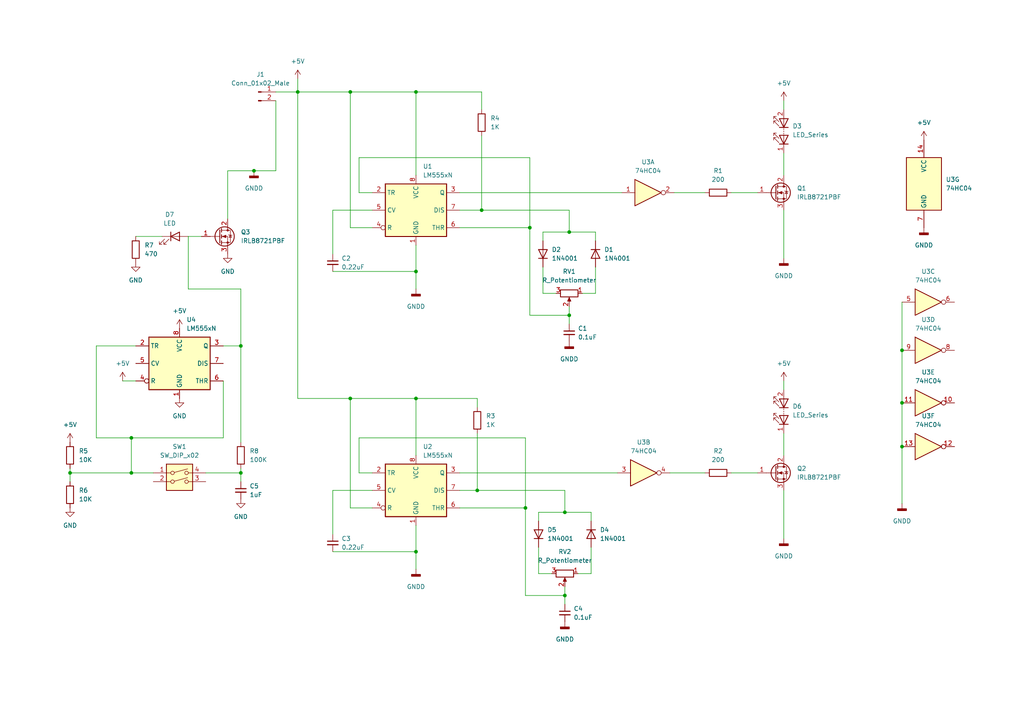
<source format=kicad_sch>
(kicad_sch (version 20211123) (generator eeschema)
  (paper "A4")
  (lib_symbols
    (symbol "74xx:74HC04"
      (property "Reference" "U" (at 0 1.27 0))
      (property "Value" "74HC04" (at 0 -1.27 0))
      (symbol "74HC04_1_0"
        (polyline (pts (xy -3.81 3.81) (xy -3.81 -3.81) (xy 3.81 0) (xy -3.81 3.81)) (stroke (width 0.254)) (fill (type background)))
        (pin input line (at -7.62 0 0) (length 3.81) (name "~") (number "1"))
        (pin output inverted (at 7.62 0 180) (length 3.81) (name "~") (number "2"))
      )
      (symbol "74HC04_2_0"
        (polyline (pts (xy -3.81 3.81) (xy -3.81 -3.81) (xy 3.81 0) (xy -3.81 3.81)) (stroke (width 0.254)) (fill (type background)))
        (pin input line (at -7.62 0 0) (length 3.81) (name "~") (number "3"))
        (pin output inverted (at 7.62 0 180) (length 3.81) (name "~") (number "4"))
      )
      (symbol "74HC04_3_0"
        (polyline (pts (xy -3.81 3.81) (xy -3.81 -3.81) (xy 3.81 0) (xy -3.81 3.81)) (stroke (width 0.254)) (fill (type background)))
        (pin input line (at -7.62 0 0) (length 3.81) (name "~") (number "5"))
        (pin output inverted (at 7.62 0 180) (length 3.81) (name "~") (number "6"))
      )
      (symbol "74HC04_4_0"
        (polyline (pts (xy -3.81 3.81) (xy -3.81 -3.81) (xy 3.81 0) (xy -3.81 3.81)) (stroke (width 0.254)) (fill (type background)))
        (pin output inverted (at 7.62 0 180) (length 3.81) (name "~") (number "8"))
        (pin input line (at -7.62 0 0) (length 3.81) (name "~") (number "9"))
      )
      (symbol "74HC04_5_0"
        (polyline (pts (xy -3.81 3.81) (xy -3.81 -3.81) (xy 3.81 0) (xy -3.81 3.81)) (stroke (width 0.254)) (fill (type background)))
        (pin output inverted (at 7.62 0 180) (length 3.81) (name "~") (number "10"))
        (pin input line (at -7.62 0 0) (length 3.81) (name "~") (number "11"))
      )
      (symbol "74HC04_6_0"
        (polyline (pts (xy -3.81 3.81) (xy -3.81 -3.81) (xy 3.81 0) (xy -3.81 3.81)) (stroke (width 0.254)) (fill (type background)))
        (pin output inverted (at 7.62 0 180) (length 3.81) (name "~") (number "12"))
        (pin input line (at -7.62 0 0) (length 3.81) (name "~") (number "13"))
      )
      (symbol "74HC04_7_0"
        (pin power_in line (at 0 12.7 270) (length 5.08) (name "VCC") (number "14"))
        (pin power_in line (at 0 -12.7 90) (length 5.08) (name "GND") (number "7"))
      )
      (symbol "74HC04_7_1"
        (rectangle (start -5.08 7.62) (end 5.08 -7.62) (stroke (width 0.254)) (fill (type background)))
      )
    )
    (symbol "Connector:Conn_01x02_Male" (pin_names (offset 1.016) hide)
      (property "Reference" "J" (at 0 2.54 0))
      (property "Value" "Conn_01x02_Male" (at 0 -5.08 0))
      (symbol "Conn_01x02_Male_1_1"
        (polyline (pts (xy 1.27 -2.54) (xy 0.8636 -2.54)) (stroke (width 0.1524)))
        (polyline (pts (xy 1.27 0) (xy 0.8636 0)) (stroke (width 0.1524)))
        (rectangle (start 0.8636 -2.413) (end 0 -2.667) (stroke (width 0.1524)) (fill (type outline)))
        (rectangle (start 0.8636 0.127) (end 0 -0.127) (stroke (width 0.1524)) (fill (type outline)))
        (pin passive line (at 5.08 0 180) (length 3.81) (name "Pin_1") (number "1"))
        (pin passive line (at 5.08 -2.54 180) (length 3.81) (name "Pin_2") (number "2"))
      )
    )
    (symbol "Device:C_Small" (pin_numbers hide) (pin_names (offset 0.254) hide)
      (property "Reference" "C" (at 0.254 1.778 0))
      (property "Value" "C_Small" (at 0.254 -2.032 0))
      (symbol "C_Small_0_1"
        (polyline (pts (xy -1.524 -0.508) (xy 1.524 -0.508)) (stroke (width 0.3302)))
        (polyline (pts (xy -1.524 0.508) (xy 1.524 0.508)) (stroke (width 0.3048)))
      )
      (symbol "C_Small_1_1"
        (pin passive line (at 0 2.54 270) (length 2.032) (name "~") (number "1"))
        (pin passive line (at 0 -2.54 90) (length 2.032) (name "~") (number "2"))
      )
    )
    (symbol "Device:LED" (pin_numbers hide) (pin_names (offset 1.016) hide)
      (property "Reference" "D" (at 0 2.54 0))
      (property "Value" "LED" (at 0 -2.54 0))
      (symbol "LED_0_1"
        (polyline (pts (xy -1.27 -1.27) (xy -1.27 1.27)) (stroke (width 0.254)))
        (polyline (pts (xy -1.27 0) (xy 1.27 0)))
        (polyline (pts (xy 1.27 -1.27) (xy 1.27 1.27) (xy -1.27 0) (xy 1.27 -1.27)) (stroke (width 0.254)))
        (polyline (pts (xy -3.048 -0.762) (xy -4.572 -2.286) (xy -3.81 -2.286) (xy -4.572 -2.286) (xy -4.572 -1.524)))
        (polyline (pts (xy -1.778 -0.762) (xy -3.302 -2.286) (xy -2.54 -2.286) (xy -3.302 -2.286) (xy -3.302 -1.524)))
      )
      (symbol "LED_1_1"
        (pin passive line (at -3.81 0 0) (length 2.54) (name "K") (number "1"))
        (pin passive line (at 3.81 0 180) (length 2.54) (name "A") (number "2"))
      )
    )
    (symbol "Device:LED_Series" (pin_names (offset 1.016) hide)
      (property "Reference" "D" (at 0 5.715 0))
      (property "Value" "LED_Series" (at 0 3.81 0))
      (symbol "LED_Series_0_1"
        (polyline (pts (xy -3.81 0) (xy -1.016 0)))
        (polyline (pts (xy -3.683 -1.27) (xy -3.683 1.27)) (stroke (width 0.254)))
        (polyline (pts (xy -0.508 0) (xy -0.762 0)))
        (polyline (pts (xy 0.127 0) (xy -0.127 0)))
        (polyline (pts (xy 0.508 0) (xy 0.762 0)))
        (polyline (pts (xy 1.016 0) (xy 3.81 0)))
        (polyline (pts (xy 1.143 -1.27) (xy 1.143 1.27)) (stroke (width 0.254)))
        (polyline (pts (xy -1.143 -1.27) (xy -1.143 1.27) (xy -3.683 0) (xy -1.143 -1.27)) (stroke (width 0.254)))
        (polyline (pts (xy 3.683 -1.27) (xy 3.683 1.27) (xy 1.143 0) (xy 3.683 -1.27)) (stroke (width 0.254)))
        (polyline (pts (xy -3.302 1.397) (xy -1.778 2.921) (xy -2.54 2.921) (xy -1.778 2.921) (xy -1.778 2.159)))
        (polyline (pts (xy -2.032 1.397) (xy -0.508 2.921) (xy -1.27 2.921) (xy -0.508 2.921) (xy -0.508 2.159)))
        (polyline (pts (xy 1.524 1.397) (xy 3.048 2.921) (xy 2.286 2.921) (xy 3.048 2.921) (xy 3.048 2.159)))
        (polyline (pts (xy 2.794 1.397) (xy 4.318 2.921) (xy 3.556 2.921) (xy 4.318 2.921) (xy 4.318 2.159)))
      )
      (symbol "LED_Series_1_1"
        (pin passive line (at -6.35 0 0) (length 2.54) (name "K") (number "1"))
        (pin passive line (at 6.35 0 180) (length 2.54) (name "A") (number "2"))
      )
    )
    (symbol "Device:R" (pin_numbers hide) (pin_names (offset 0))
      (property "Reference" "R" (at 2.032 0 90))
      (property "Value" "R" (at 0 0 90))
      (symbol "R_0_1"
        (rectangle (start -1.016 -2.54) (end 1.016 2.54) (stroke (width 0.254)))
      )
      (symbol "R_1_1"
        (pin passive line (at 0 3.81 270) (length 1.27) (name "~") (number "1"))
        (pin passive line (at 0 -3.81 90) (length 1.27) (name "~") (number "2"))
      )
    )
    (symbol "Device:R_Potentiometer" (pin_names (offset 1.016) hide)
      (property "Reference" "RV" (at -4.445 0 90))
      (property "Value" "R_Potentiometer" (at -2.54 0 90))
      (symbol "R_Potentiometer_0_1"
        (polyline (pts (xy 2.54 0) (xy 1.524 0)))
        (polyline (pts (xy 1.143 0) (xy 2.286 0.508) (xy 2.286 -0.508) (xy 1.143 0)) (fill (type outline)))
        (rectangle (start 1.016 2.54) (end -1.016 -2.54) (stroke (width 0.254)))
      )
      (symbol "R_Potentiometer_1_1"
        (pin passive line (at 0 3.81 270) (length 1.27) (name "1") (number "1"))
        (pin passive line (at 3.81 0 180) (length 1.27) (name "2") (number "2"))
        (pin passive line (at 0 -3.81 90) (length 1.27) (name "3") (number "3"))
      )
    )
    (symbol "Diode:1N4001" (pin_numbers hide) (pin_names (offset 1.016) hide)
      (property "Reference" "D" (at 0 2.54 0))
      (property "Value" "1N4001" (at 0 -2.54 0))
      (symbol "1N4001_0_1"
        (polyline (pts (xy -1.27 1.27) (xy -1.27 -1.27)) (stroke (width 0.254)))
        (polyline (pts (xy 1.27 0) (xy -1.27 0)))
        (polyline (pts (xy 1.27 1.27) (xy 1.27 -1.27) (xy -1.27 0) (xy 1.27 1.27)) (stroke (width 0.254)))
      )
      (symbol "1N4001_1_1"
        (pin passive line (at -3.81 0 0) (length 2.54) (name "K") (number "1"))
        (pin passive line (at 3.81 0 180) (length 2.54) (name "A") (number "2"))
      )
    )
    (symbol "Switch:SW_DIP_x02" (pin_names (offset 0) hide)
      (property "Reference" "SW" (at 0 6.35 0))
      (property "Value" "SW_DIP_x02" (at 0 -3.81 0))
      (symbol "SW_DIP_x02_0_0"
        (circle (center -2.032 0) (radius 0.508))
        (circle (center -2.032 2.54) (radius 0.508))
        (polyline (pts (xy -1.524 0.127) (xy 2.3622 1.1684)))
        (polyline (pts (xy -1.524 2.667) (xy 2.3622 3.7084)))
        (circle (center 2.032 0) (radius 0.508))
        (circle (center 2.032 2.54) (radius 0.508))
      )
      (symbol "SW_DIP_x02_0_1"
        (rectangle (start -3.81 5.08) (end 3.81 -2.54) (stroke (width 0.254)) (fill (type background)))
      )
      (symbol "SW_DIP_x02_1_1"
        (pin passive line (at -7.62 2.54 0) (length 5.08) (name "~") (number "1"))
        (pin passive line (at -7.62 0 0) (length 5.08) (name "~") (number "2"))
        (pin passive line (at 7.62 0 180) (length 5.08) (name "~") (number "3"))
        (pin passive line (at 7.62 2.54 180) (length 5.08) (name "~") (number "4"))
      )
    )
    (symbol "Timer:LM555xN"
      (property "Reference" "U" (at -10.16 8.89 0))
      (property "Value" "LM555xN" (at 2.54 8.89 0))
      (symbol "LM555xN_0_0"
        (pin power_in line (at 0 -10.16 90) (length 2.54) (name "GND") (number "1"))
        (pin power_in line (at 0 10.16 270) (length 2.54) (name "VCC") (number "8"))
      )
      (symbol "LM555xN_0_1"
        (rectangle (start -8.89 -7.62) (end 8.89 7.62) (stroke (width 0.254)) (fill (type background)))
        (rectangle (start -8.89 -7.62) (end 8.89 7.62) (stroke (width 0.254)) (fill (type background)))
      )
      (symbol "LM555xN_1_1"
        (pin input line (at -12.7 5.08 0) (length 3.81) (name "TR") (number "2"))
        (pin output line (at 12.7 5.08 180) (length 3.81) (name "Q") (number "3"))
        (pin input inverted (at -12.7 -5.08 0) (length 3.81) (name "R") (number "4"))
        (pin input line (at -12.7 0 0) (length 3.81) (name "CV") (number "5"))
        (pin input line (at 12.7 -5.08 180) (length 3.81) (name "THR") (number "6"))
        (pin input line (at 12.7 0 180) (length 3.81) (name "DIS") (number "7"))
      )
    )
    (symbol "Transistor_FET:IRLB8721PBF" (pin_names hide)
      (property "Reference" "Q" (at 6.35 1.905 0))
      (property "Value" "IRLB8721PBF" (at 6.35 0 0))
      (symbol "IRLB8721PBF_0_1"
        (polyline (pts (xy 0.254 0) (xy -2.54 0)))
        (polyline (pts (xy 0.254 1.905) (xy 0.254 -1.905)) (stroke (width 0.254)))
        (polyline (pts (xy 0.762 -1.27) (xy 0.762 -2.286)) (stroke (width 0.254)))
        (polyline (pts (xy 0.762 0.508) (xy 0.762 -0.508)) (stroke (width 0.254)))
        (polyline (pts (xy 0.762 2.286) (xy 0.762 1.27)) (stroke (width 0.254)))
        (polyline (pts (xy 2.54 2.54) (xy 2.54 1.778)))
        (polyline (pts (xy 2.54 -2.54) (xy 2.54 0) (xy 0.762 0)))
        (polyline (pts (xy 0.762 -1.778) (xy 3.302 -1.778) (xy 3.302 1.778) (xy 0.762 1.778)))
        (polyline (pts (xy 1.016 0) (xy 2.032 0.381) (xy 2.032 -0.381) (xy 1.016 0)) (fill (type outline)))
        (polyline (pts (xy 2.794 0.508) (xy 2.921 0.381) (xy 3.683 0.381) (xy 3.81 0.254)))
        (polyline (pts (xy 3.302 0.381) (xy 2.921 -0.254) (xy 3.683 -0.254) (xy 3.302 0.381)))
        (circle (center 1.651 0) (radius 2.794) (stroke (width 0.254)))
        (circle (center 2.54 -1.778) (radius 0.254) (fill (type outline)))
        (circle (center 2.54 1.778) (radius 0.254) (fill (type outline)))
      )
      (symbol "IRLB8721PBF_1_1"
        (pin input line (at -5.08 0 0) (length 2.54) (name "G") (number "1"))
        (pin passive line (at 2.54 5.08 270) (length 2.54) (name "D") (number "2"))
        (pin passive line (at 2.54 -5.08 90) (length 2.54) (name "S") (number "3"))
      )
    )
    (symbol "power:+5V" (power) (pin_names (offset 0))
      (property "Value" "+5V" (at 0 3.556 0))
      (symbol "+5V_0_1"
        (polyline (pts (xy -0.762 1.27) (xy 0 2.54)))
        (polyline (pts (xy 0 0) (xy 0 2.54)))
        (polyline (pts (xy 0 2.54) (xy 0.762 1.27)))
      )
      (symbol "+5V_1_1"
        (pin power_in line (at 0 0 90) (length 0) hide (name "+5V") (number "1"))
      )
    )
    (symbol "power:GND" (power) (pin_names (offset 0))
      (property "Value" "GND" (at 0 -3.81 0))
      (symbol "GND_0_1"
        (polyline (pts (xy 0 0) (xy 0 -1.27) (xy 1.27 -1.27) (xy 0 -2.54) (xy -1.27 -1.27) (xy 0 -1.27)))
      )
      (symbol "GND_1_1"
        (pin power_in line (at 0 0 270) (length 0) hide (name "GND") (number "1"))
      )
    )
    (symbol "power:GNDD" (power) (pin_names (offset 0))
      (property "Value" "GNDD" (at 0 -3.175 0))
      (symbol "GNDD_0_1"
        (rectangle (start -1.27 -1.524) (end 1.27 -2.032) (stroke (width 0.254)) (fill (type outline)))
        (polyline (pts (xy 0 0) (xy 0 -1.524)))
      )
      (symbol "GNDD_1_1"
        (pin power_in line (at 0 0 270) (length 0) hide (name "GNDD") (number "1"))
      )
    )
  )
  (junction (at 152.4 147.32))
  (junction (at 120.65 115.57))
  (junction (at 153.67 66.04))
  (junction (at 261.62 129.54))
  (junction (at 38.1 137.16))
  (junction (at 101.6 26.67))
  (junction (at 86.36 26.67))
  (junction (at 138.43 142.24))
  (junction (at 165.1 67.31))
  (junction (at 120.65 78.74))
  (junction (at 163.83 172.72))
  (junction (at 139.7 60.96))
  (junction (at 261.62 101.6))
  (junction (at 69.85 137.16))
  (junction (at 120.65 26.67))
  (junction (at 101.6 115.57))
  (junction (at 165.1 91.44))
  (junction (at 261.62 116.84))
  (junction (at 38.1 127))
  (junction (at 73.66 49.53))
  (junction (at 20.32 137.16))
  (junction (at 120.65 160.02))
  (junction (at 163.83 148.59))
  (junction (at 69.85 100.33))
  (wire (pts (xy 156.21 148.59) (xy 163.83 148.59)))
  (wire (pts (xy 153.67 45.72) (xy 153.67 66.04)))
  (wire (pts (xy 120.65 152.4) (xy 120.65 160.02)))
  (wire (pts (xy 69.85 135.89) (xy 69.85 137.16)))
  (wire (pts (xy 172.72 85.09) (xy 168.91 85.09)))
  (wire (pts (xy 157.48 69.85) (xy 157.48 67.31)))
  (wire (pts (xy 120.65 71.12) (xy 120.65 78.74)))
  (wire (pts (xy 104.14 137.16) (xy 104.14 127)))
  (wire (pts (xy 163.83 170.18) (xy 163.83 172.72)))
  (wire (pts (xy 101.6 26.67) (xy 120.65 26.67)))
  (wire (pts (xy 139.7 39.37) (xy 139.7 60.96)))
  (wire (pts (xy 38.1 137.16) (xy 44.45 137.16)))
  (wire (pts (xy 139.7 60.96) (xy 165.1 60.96)))
  (wire (pts (xy 163.83 142.24) (xy 163.83 148.59)))
  (wire (pts (xy 227.33 29.21) (xy 227.33 31.75)))
  (wire (pts (xy 261.62 87.63) (xy 261.62 101.6)))
  (wire (pts (xy 120.65 160.02) (xy 120.65 165.1)))
  (wire (pts (xy 133.35 142.24) (xy 138.43 142.24)))
  (wire (pts (xy 64.77 110.49) (xy 64.77 127)))
  (wire (pts (xy 156.21 151.13) (xy 156.21 148.59)))
  (wire (pts (xy 104.14 45.72) (xy 153.67 45.72)))
  (wire (pts (xy 20.32 135.89) (xy 20.32 137.16)))
  (wire (pts (xy 261.62 116.84) (xy 261.62 129.54)))
  (wire (pts (xy 163.83 172.72) (xy 163.83 175.26)))
  (wire (pts (xy 27.94 127) (xy 38.1 127)))
  (wire (pts (xy 96.52 160.02) (xy 120.65 160.02)))
  (wire (pts (xy 101.6 115.57) (xy 120.65 115.57)))
  (wire (pts (xy 86.36 22.86) (xy 86.36 26.67)))
  (wire (pts (xy 58.42 68.58) (xy 54.61 68.58)))
  (wire (pts (xy 120.65 26.67) (xy 139.7 26.67)))
  (wire (pts (xy 133.35 55.88) (xy 180.34 55.88)))
  (wire (pts (xy 227.33 110.49) (xy 227.33 113.03)))
  (wire (pts (xy 227.33 60.96) (xy 227.33 74.93)))
  (wire (pts (xy 139.7 26.67) (xy 139.7 31.75)))
  (wire (pts (xy 133.35 137.16) (xy 179.07 137.16)))
  (wire (pts (xy 104.14 127) (xy 152.4 127)))
  (wire (pts (xy 107.95 55.88) (xy 104.14 55.88)))
  (wire (pts (xy 157.48 85.09) (xy 161.29 85.09)))
  (wire (pts (xy 152.4 127) (xy 152.4 147.32)))
  (wire (pts (xy 171.45 166.37) (xy 167.64 166.37)))
  (wire (pts (xy 133.35 60.96) (xy 139.7 60.96)))
  (wire (pts (xy 101.6 26.67) (xy 101.6 66.04)))
  (wire (pts (xy 227.33 125.73) (xy 227.33 132.08)))
  (wire (pts (xy 96.52 60.96) (xy 107.95 60.96)))
  (wire (pts (xy 133.35 66.04) (xy 153.67 66.04)))
  (wire (pts (xy 38.1 127) (xy 38.1 137.16)))
  (wire (pts (xy 133.35 147.32) (xy 152.4 147.32)))
  (wire (pts (xy 107.95 66.04) (xy 101.6 66.04)))
  (wire (pts (xy 261.62 101.6) (xy 261.62 116.84)))
  (wire (pts (xy 212.09 137.16) (xy 219.71 137.16)))
  (wire (pts (xy 156.21 158.75) (xy 156.21 166.37)))
  (wire (pts (xy 54.61 83.82) (xy 69.85 83.82)))
  (wire (pts (xy 172.72 77.47) (xy 172.72 85.09)))
  (wire (pts (xy 101.6 115.57) (xy 86.36 115.57)))
  (wire (pts (xy 69.85 100.33) (xy 69.85 128.27)))
  (wire (pts (xy 64.77 127) (xy 38.1 127)))
  (wire (pts (xy 54.61 68.58) (xy 54.61 83.82)))
  (wire (pts (xy 20.32 137.16) (xy 38.1 137.16)))
  (wire (pts (xy 152.4 172.72) (xy 163.83 172.72)))
  (wire (pts (xy 96.52 60.96) (xy 96.52 73.66)))
  (wire (pts (xy 195.58 55.88) (xy 204.47 55.88)))
  (wire (pts (xy 86.36 26.67) (xy 86.36 115.57)))
  (wire (pts (xy 73.66 49.53) (xy 80.01 49.53)))
  (wire (pts (xy 101.6 147.32) (xy 101.6 115.57)))
  (wire (pts (xy 120.65 78.74) (xy 120.65 83.82)))
  (wire (pts (xy 73.66 49.53) (xy 66.04 49.53)))
  (wire (pts (xy 120.65 115.57) (xy 120.65 132.08)))
  (wire (pts (xy 80.01 29.21) (xy 80.01 49.53)))
  (wire (pts (xy 153.67 66.04) (xy 153.67 91.44)))
  (wire (pts (xy 96.52 142.24) (xy 96.52 154.94)))
  (wire (pts (xy 171.45 148.59) (xy 171.45 151.13)))
  (wire (pts (xy 80.01 26.67) (xy 86.36 26.67)))
  (wire (pts (xy 96.52 142.24) (xy 107.95 142.24)))
  (wire (pts (xy 171.45 158.75) (xy 171.45 166.37)))
  (wire (pts (xy 69.85 137.16) (xy 69.85 139.7)))
  (wire (pts (xy 35.56 110.49) (xy 39.37 110.49)))
  (wire (pts (xy 39.37 100.33) (xy 27.94 100.33)))
  (wire (pts (xy 165.1 88.9) (xy 165.1 91.44)))
  (wire (pts (xy 39.37 68.58) (xy 46.99 68.58)))
  (wire (pts (xy 227.33 142.24) (xy 227.33 156.21)))
  (wire (pts (xy 64.77 100.33) (xy 69.85 100.33)))
  (wire (pts (xy 172.72 67.31) (xy 172.72 69.85)))
  (wire (pts (xy 156.21 166.37) (xy 160.02 166.37)))
  (wire (pts (xy 163.83 148.59) (xy 171.45 148.59)))
  (wire (pts (xy 107.95 137.16) (xy 104.14 137.16)))
  (wire (pts (xy 104.14 55.88) (xy 104.14 45.72)))
  (wire (pts (xy 59.69 137.16) (xy 69.85 137.16)))
  (wire (pts (xy 27.94 100.33) (xy 27.94 127)))
  (wire (pts (xy 194.31 137.16) (xy 204.47 137.16)))
  (wire (pts (xy 66.04 49.53) (xy 66.04 63.5)))
  (wire (pts (xy 165.1 91.44) (xy 165.1 93.98)))
  (wire (pts (xy 138.43 125.73) (xy 138.43 142.24)))
  (wire (pts (xy 107.95 147.32) (xy 101.6 147.32)))
  (wire (pts (xy 120.65 26.67) (xy 120.65 50.8)))
  (wire (pts (xy 153.67 91.44) (xy 165.1 91.44)))
  (wire (pts (xy 227.33 44.45) (xy 227.33 50.8)))
  (wire (pts (xy 165.1 60.96) (xy 165.1 67.31)))
  (wire (pts (xy 212.09 55.88) (xy 219.71 55.88)))
  (wire (pts (xy 96.52 78.74) (xy 120.65 78.74)))
  (wire (pts (xy 138.43 142.24) (xy 163.83 142.24)))
  (wire (pts (xy 157.48 67.31) (xy 165.1 67.31)))
  (wire (pts (xy 165.1 67.31) (xy 172.72 67.31)))
  (wire (pts (xy 157.48 77.47) (xy 157.48 85.09)))
  (wire (pts (xy 20.32 137.16) (xy 20.32 139.7)))
  (wire (pts (xy 69.85 83.82) (xy 69.85 100.33)))
  (wire (pts (xy 120.65 115.57) (xy 138.43 115.57)))
  (wire (pts (xy 101.6 26.67) (xy 86.36 26.67)))
  (wire (pts (xy 152.4 147.32) (xy 152.4 172.72)))
  (wire (pts (xy 261.62 129.54) (xy 261.62 146.05)))
  (wire (pts (xy 138.43 115.57) (xy 138.43 118.11)))
  (symbol (lib_id "power:+5V") (at 227.33 110.49 0) (unit 1)
    (property "Reference" "#PWR0107" (effects hide))
    (property "Value" "+5V" (at 227.33 105.41 0))
  )
  (symbol (lib_id "Switch:SW_DIP_x02") (at 52.07 139.7 0) (unit 1)
    (property "Reference" "SW1" (at 52.07 129.54 0))
    (property "Value" "SW_DIP_x02" (at 52.07 132.08 0))
    (property "Footprint" "Button_Switch_THT:SW_PUSH_6mm" (effects hide))
  )
  (symbol (lib_id "Device:LED_Series") (at 227.33 119.38 90) (unit 1)
    (property "Reference" "D6" (at 229.87 117.8559 90) (effects (justify right)))
    (property "Value" "LED_Series" (at 229.87 120.3959 90) (effects (justify right)))
    (property "Footprint" "Connector_PinHeader_2.54mm:PinHeader_1x02_P2.54mm_Vertical" (effects hide))
  )
  (symbol (lib_id "Diode:1N4001") (at 157.48 73.66 90) (unit 1)
    (property "Reference" "D2" (at 160.02 72.3899 90) (effects (justify right)))
    (property "Value" "1N4001" (at 160.02 74.9299 90) (effects (justify right)))
    (property "Footprint" "Diode_THT:D_DO-41_SOD81_P10.16mm_Horizontal" (effects hide))
    (property "Datasheet" "http://www.vishay.com/docs/88503/1n4001.pdf" (effects hide))
  )
  (symbol (lib_id "power:GNDD") (at 120.65 83.82 0) (unit 1)
    (property "Reference" "#PWR0105" (effects hide))
    (property "Value" "GNDD" (at 120.65 88.9 0))
  )
  (symbol (lib_id "power:GNDD") (at 73.66 49.53 0) (unit 1)
    (property "Reference" "#PWR0115" (effects hide))
    (property "Value" "GNDD" (at 73.66 54.61 0))
  )
  (symbol (lib_id "power:GND") (at 39.37 76.2 0) (unit 1)
    (property "Reference" "#PWR0114" (effects hide))
    (property "Value" "GND" (at 39.37 81.28 0))
  )
  (symbol (lib_id "power:GND") (at 69.85 144.78 0) (unit 1)
    (property "Reference" "#PWR0112" (effects hide))
    (property "Value" "GND" (at 69.85 149.86 0))
  )
  (symbol (lib_id "Device:R_Potentiometer") (at 163.83 166.37 270) (unit 1)
    (property "Reference" "RV2" (at 163.83 160.02 90))
    (property "Value" "R_Potentiometer" (at 163.83 162.56 90))
    (property "Footprint" "Potentiometer_THT:Potentiometer_Alps_RK163_Single_Horizontal" (effects hide))
  )
  (symbol (lib_id "Device:C_Small") (at 69.85 142.24 0) (unit 1)
    (property "Reference" "C5" (at 72.39 140.9762 0) (effects (justify left)))
    (property "Value" "1uF" (at 72.39 143.5162 0) (effects (justify left)))
    (property "Footprint" "Capacitor_THT:C_Disc_D9.0mm_W2.5mm_P5.00mm" (effects hide))
  )
  (symbol (lib_id "Device:R") (at 20.32 143.51 0) (unit 1)
    (property "Reference" "R6" (at 22.86 142.2399 0) (effects (justify left)))
    (property "Value" "10K" (at 22.86 144.7799 0) (effects (justify left)))
    (property "Footprint" "Resistor_THT:R_Axial_DIN0207_L6.3mm_D2.5mm_P10.16mm_Horizontal" (effects hide))
  )
  (symbol (lib_id "Diode:1N4001") (at 172.72 73.66 270) (unit 1)
    (property "Reference" "D1" (at 175.26 72.3899 90) (effects (justify left)))
    (property "Value" "1N4001" (at 175.26 74.9299 90) (effects (justify left)))
    (property "Footprint" "Diode_THT:D_DO-41_SOD81_P10.16mm_Horizontal" (effects hide))
    (property "Datasheet" "http://www.vishay.com/docs/88503/1n4001.pdf" (effects hide))
  )
  (symbol (lib_id "Transistor_FET:IRLB8721PBF") (at 63.5 68.58 0) (unit 1)
    (property "Reference" "Q3" (at 69.85 67.3099 0) (effects (justify left)))
    (property "Value" "IRLB8721PBF" (at 69.85 69.8499 0) (effects (justify left)))
    (property "Footprint" "Package_TO_SOT_THT:TO-220-3_Vertical" (effects hide))
    (property "Datasheet" "http://www.infineon.com/dgdl/irlb8721pbf.pdf?fileId=5546d462533600a40153566056732591" (effects hide))
  )
  (symbol (lib_id "power:GNDD") (at 227.33 156.21 0) (unit 1)
    (property "Reference" "#PWR0110" (effects hide))
    (property "Value" "GNDD" (at 227.33 161.29 0))
  )
  (symbol (lib_id "Device:C_Small") (at 163.83 177.8 0) (unit 1)
    (property "Reference" "C4" (at 166.37 176.5362 0) (effects (justify left)))
    (property "Value" "0.1uF" (at 166.37 179.0762 0) (effects (justify left)))
    (property "Footprint" "Capacitor_THT:C_Disc_D9.0mm_W2.5mm_P5.00mm" (effects hide))
  )
  (symbol (lib_id "power:GNDD") (at 261.62 146.05 0) (unit 1)
    (property "Reference" "#PWR0109" (effects hide))
    (property "Value" "GNDD" (at 261.62 151.13 0))
  )
  (symbol (lib_id "Device:LED") (at 50.8 68.58 0) (unit 1)
    (property "Reference" "D7" (at 49.2125 62.23 0))
    (property "Value" "LED" (at 49.2125 64.77 0))
    (property "Footprint" "LED_THT:LED_D5.0mm" (effects hide))
  )
  (symbol (lib_id "74xx:74HC04") (at 186.69 137.16 0) (unit 2)
    (property "Reference" "U3" (at 186.69 128.27 0))
    (property "Value" "74HC04" (at 186.69 130.81 0))
    (property "Footprint" "Package_DIP:DIP-14_W7.62mm_LongPads" (effects hide))
    (property "Datasheet" "https://assets.nexperia.com/documents/data-sheet/74HC_HCT04.pdf" (effects hide))
  )
  (symbol (lib_id "Device:C_Small") (at 96.52 157.48 0) (unit 1)
    (property "Reference" "C3" (at 99.06 156.2162 0) (effects (justify left)))
    (property "Value" "0.22uF" (at 99.06 158.7562 0) (effects (justify left)))
    (property "Footprint" "Capacitor_THT:C_Disc_D9.0mm_W2.5mm_P5.00mm" (effects hide))
  )
  (symbol (lib_id "Timer:LM555xN") (at 120.65 142.24 0) (unit 1)
    (property "Reference" "U2" (at 122.6694 129.54 0) (effects (justify left)))
    (property "Value" "LM555xN" (at 122.6694 132.08 0) (effects (justify left)))
    (property "Footprint" "Package_DIP:DIP-8_W7.62mm" (effects hide))
    (property "Datasheet" "http://www.ti.com/lit/ds/symlink/lm555.pdf" (effects hide))
  )
  (symbol (lib_id "Device:R") (at 208.28 55.88 90) (unit 1)
    (property "Reference" "R1" (at 208.28 49.53 90))
    (property "Value" "200" (at 208.28 52.07 90))
    (property "Footprint" "Resistor_THT:R_Axial_DIN0207_L6.3mm_D2.5mm_P10.16mm_Horizontal" (effects hide))
  )
  (symbol (lib_id "Timer:LM555xN") (at 120.65 60.96 0) (unit 1)
    (property "Reference" "U1" (at 122.6694 48.26 0) (effects (justify left)))
    (property "Value" "LM555xN" (at 122.6694 50.8 0) (effects (justify left)))
    (property "Footprint" "Package_DIP:DIP-8_W7.62mm" (effects hide))
    (property "Datasheet" "http://www.ti.com/lit/ds/symlink/lm555.pdf" (effects hide))
  )
  (symbol (lib_id "power:+5V") (at 267.97 40.64 0) (unit 1)
    (property "Reference" "#PWR02" (effects hide))
    (property "Value" "+5V" (at 267.97 35.56 0))
  )
  (symbol (lib_id "power:+5V") (at 227.33 29.21 0) (unit 1)
    (property "Reference" "#PWR0108" (effects hide))
    (property "Value" "+5V" (at 227.33 24.13 0))
  )
  (symbol (lib_id "power:+5V") (at 35.56 110.49 0) (unit 1)
    (property "Reference" "#PWR0120" (effects hide))
    (property "Value" "+5V" (at 35.56 105.41 0))
  )
  (symbol (lib_id "power:GNDD") (at 120.65 165.1 0) (unit 1)
    (property "Reference" "#PWR0111" (effects hide))
    (property "Value" "GNDD" (at 120.65 170.18 0))
  )
  (symbol (lib_id "Timer:LM555xN") (at 52.07 105.41 0) (unit 1)
    (property "Reference" "U4" (at 54.0894 92.71 0) (effects (justify left)))
    (property "Value" "LM555xN" (at 54.0894 95.25 0) (effects (justify left)))
    (property "Footprint" "Package_DIP:DIP-8_W7.62mm" (effects hide))
    (property "Datasheet" "http://www.ti.com/lit/ds/symlink/lm555.pdf" (effects hide))
  )
  (symbol (lib_id "power:GND") (at 66.04 73.66 0) (unit 1)
    (property "Reference" "#PWR0116" (effects hide))
    (property "Value" "GND" (at 66.04 78.74 0))
  )
  (symbol (lib_id "power:+5V") (at 86.36 22.86 0) (unit 1)
    (property "Reference" "#PWR0104" (effects hide))
    (property "Value" "+5V" (at 86.36 17.78 0))
  )
  (symbol (lib_id "74xx:74HC04") (at 187.96 55.88 0) (unit 1)
    (property "Reference" "U3" (at 187.96 46.99 0))
    (property "Value" "74HC04" (at 187.96 49.53 0))
    (property "Footprint" "Package_DIP:DIP-14_W7.62mm_LongPads" (effects hide))
    (property "Datasheet" "https://assets.nexperia.com/documents/data-sheet/74HC_HCT04.pdf" (effects hide))
  )
  (symbol (lib_id "Device:R") (at 69.85 132.08 0) (unit 1)
    (property "Reference" "R8" (at 72.39 130.8099 0) (effects (justify left)))
    (property "Value" "100K" (at 72.39 133.3499 0) (effects (justify left)))
    (property "Footprint" "Resistor_THT:R_Axial_DIN0207_L6.3mm_D2.5mm_P10.16mm_Horizontal" (effects hide))
  )
  (symbol (lib_id "Device:R") (at 208.28 137.16 90) (unit 1)
    (property "Reference" "R2" (at 208.28 130.81 90))
    (property "Value" "200" (at 208.28 133.35 90))
    (property "Footprint" "Resistor_THT:R_Axial_DIN0207_L6.3mm_D2.5mm_P10.16mm_Horizontal" (effects hide))
  )
  (symbol (lib_id "power:GNDD") (at 227.33 74.93 0) (unit 1)
    (property "Reference" "#PWR0102" (effects hide))
    (property "Value" "GNDD" (at 227.33 80.01 0))
  )
  (symbol (lib_id "Device:R") (at 20.32 132.08 0) (unit 1)
    (property "Reference" "R5" (at 22.86 130.8099 0) (effects (justify left)))
    (property "Value" "10K" (at 22.86 133.3499 0) (effects (justify left)))
    (property "Footprint" "Resistor_THT:R_Axial_DIN0207_L6.3mm_D2.5mm_P10.16mm_Horizontal" (effects hide))
  )
  (symbol (lib_id "Device:R_Potentiometer") (at 165.1 85.09 270) (unit 1)
    (property "Reference" "RV1" (at 165.1 78.74 90))
    (property "Value" "R_Potentiometer" (at 165.1 81.28 90))
    (property "Footprint" "Potentiometer_THT:Potentiometer_Alps_RK163_Single_Horizontal" (effects hide))
  )
  (symbol (lib_id "power:GND") (at 52.07 115.57 0) (unit 1)
    (property "Reference" "#PWR0117" (effects hide))
    (property "Value" "GND" (at 52.07 120.65 0))
  )
  (symbol (lib_id "74xx:74HC04") (at 269.24 116.84 0) (unit 5)
    (property "Reference" "U3" (at 269.24 107.95 0))
    (property "Value" "74HC04" (at 269.24 110.49 0))
    (property "Footprint" "Package_DIP:DIP-14_W7.62mm_LongPads" (effects hide))
    (property "Datasheet" "https://assets.nexperia.com/documents/data-sheet/74HC_HCT04.pdf" (effects hide))
  )
  (symbol (lib_id "power:GND") (at 20.32 147.32 0) (unit 1)
    (property "Reference" "#PWR0118" (effects hide))
    (property "Value" "GND" (at 20.32 152.4 0))
  )
  (symbol (lib_id "Transistor_FET:IRLB8721PBF") (at 224.79 55.88 0) (unit 1)
    (property "Reference" "Q1" (at 231.14 54.6099 0) (effects (justify left)))
    (property "Value" "IRLB8721PBF" (at 231.14 57.1499 0) (effects (justify left)))
    (property "Footprint" "Package_TO_SOT_THT:TO-220-3_Vertical" (effects hide))
    (property "Datasheet" "http://www.infineon.com/dgdl/irlb8721pbf.pdf?fileId=5546d462533600a40153566056732591" (effects hide))
  )
  (symbol (lib_id "Device:C_Small") (at 165.1 96.52 0) (unit 1)
    (property "Reference" "C1" (at 167.64 95.2562 0) (effects (justify left)))
    (property "Value" "0.1uF" (at 167.64 97.7962 0) (effects (justify left)))
    (property "Footprint" "Capacitor_THT:C_Disc_D9.0mm_W2.5mm_P5.00mm" (effects hide))
  )
  (symbol (lib_id "Diode:1N4001") (at 156.21 154.94 90) (unit 1)
    (property "Reference" "D5" (at 158.75 153.6699 90) (effects (justify right)))
    (property "Value" "1N4001" (at 158.75 156.2099 90) (effects (justify right)))
    (property "Footprint" "Diode_THT:D_DO-41_SOD81_P10.16mm_Horizontal" (effects hide))
    (property "Datasheet" "http://www.vishay.com/docs/88503/1n4001.pdf" (effects hide))
  )
  (symbol (lib_id "power:GNDD") (at 267.97 66.04 0) (unit 1)
    (property "Reference" "#PWR0103" (effects hide))
    (property "Value" "GNDD" (at 267.97 71.12 0))
  )
  (symbol (lib_id "Connector:Conn_01x02_Male") (at 74.93 26.67 0) (unit 1)
    (property "Reference" "J1" (at 75.565 21.59 0))
    (property "Value" "Conn_01x02_Male" (at 75.565 24.13 0))
    (property "Footprint" "Connector_PinHeader_2.54mm:PinHeader_1x02_P2.54mm_Vertical" (effects hide))
  )
  (symbol (lib_id "Diode:1N4001") (at 171.45 154.94 270) (unit 1)
    (property "Reference" "D4" (at 173.99 153.6699 90) (effects (justify left)))
    (property "Value" "1N4001" (at 173.99 156.2099 90) (effects (justify left)))
    (property "Footprint" "Diode_THT:D_DO-41_SOD81_P10.16mm_Horizontal" (effects hide))
    (property "Datasheet" "http://www.vishay.com/docs/88503/1n4001.pdf" (effects hide))
  )
  (symbol (lib_id "74xx:74HC04") (at 269.24 129.54 0) (unit 6)
    (property "Reference" "U3" (at 269.24 120.65 0))
    (property "Value" "74HC04" (at 269.24 123.19 0))
    (property "Footprint" "Package_DIP:DIP-14_W7.62mm_LongPads" (effects hide))
    (property "Datasheet" "https://assets.nexperia.com/documents/data-sheet/74HC_HCT04.pdf" (effects hide))
  )
  (symbol (lib_id "74xx:74HC04") (at 269.24 101.6 0) (unit 4)
    (property "Reference" "U3" (at 269.24 92.71 0))
    (property "Value" "74HC04" (at 269.24 95.25 0))
    (property "Footprint" "Package_DIP:DIP-14_W7.62mm_LongPads" (effects hide))
    (property "Datasheet" "https://assets.nexperia.com/documents/data-sheet/74HC_HCT04.pdf" (effects hide))
  )
  (symbol (lib_id "Device:R") (at 39.37 72.39 0) (unit 1)
    (property "Reference" "R7" (at 41.91 71.1199 0) (effects (justify left)))
    (property "Value" "470" (at 41.91 73.6599 0) (effects (justify left)))
    (property "Footprint" "Resistor_THT:R_Axial_DIN0207_L6.3mm_D2.5mm_P10.16mm_Horizontal" (effects hide))
  )
  (symbol (lib_id "power:GNDD") (at 163.83 180.34 0) (unit 1)
    (property "Reference" "#PWR0106" (effects hide))
    (property "Value" "GNDD" (at 163.83 185.42 0))
  )
  (symbol (lib_id "power:+5V") (at 52.07 95.25 0) (unit 1)
    (property "Reference" "#PWR0113" (effects hide))
    (property "Value" "+5V" (at 52.07 90.17 0))
  )
  (symbol (lib_id "power:+5V") (at 20.32 128.27 0) (unit 1)
    (property "Reference" "#PWR0119" (effects hide))
    (property "Value" "+5V" (at 20.32 123.19 0))
  )
  (symbol (lib_id "Device:R") (at 139.7 35.56 0) (unit 1)
    (property "Reference" "R4" (at 142.24 34.2899 0) (effects (justify left)))
    (property "Value" "1K" (at 142.24 36.8299 0) (effects (justify left)))
    (property "Footprint" "Resistor_THT:R_Axial_DIN0207_L6.3mm_D2.5mm_P10.16mm_Horizontal" (effects hide))
  )
  (symbol (lib_id "74xx:74HC04") (at 269.24 87.63 0) (unit 3)
    (property "Reference" "U3" (at 269.24 78.74 0))
    (property "Value" "74HC04" (at 269.24 81.28 0))
    (property "Footprint" "Package_DIP:DIP-14_W7.62mm_LongPads" (effects hide))
    (property "Datasheet" "https://assets.nexperia.com/documents/data-sheet/74HC_HCT04.pdf" (effects hide))
  )
  (symbol (lib_id "Device:C_Small") (at 96.52 76.2 0) (unit 1)
    (property "Reference" "C2" (at 99.06 74.9362 0) (effects (justify left)))
    (property "Value" "0.22uF" (at 99.06 77.4762 0) (effects (justify left)))
    (property "Footprint" "Capacitor_THT:C_Disc_D9.0mm_W2.5mm_P5.00mm" (effects hide))
  )
  (symbol (lib_id "74xx:74HC04") (at 267.97 53.34 0) (unit 7)
    (property "Reference" "U3" (at 274.32 52.0699 0) (effects (justify left)))
    (property "Value" "74HC04" (at 274.32 54.6099 0) (effects (justify left)))
    (property "Footprint" "Package_DIP:DIP-14_W7.62mm_LongPads" (effects hide))
    (property "Datasheet" "https://assets.nexperia.com/documents/data-sheet/74HC_HCT04.pdf" (effects hide))
  )
  (symbol (lib_id "Device:R") (at 138.43 121.92 0) (unit 1)
    (property "Reference" "R3" (at 140.97 120.6499 0) (effects (justify left)))
    (property "Value" "1K" (at 140.97 123.1899 0) (effects (justify left)))
    (property "Footprint" "Resistor_THT:R_Axial_DIN0207_L6.3mm_D2.5mm_P10.16mm_Horizontal" (effects hide))
  )
  (symbol (lib_id "power:GNDD") (at 165.1 99.06 0) (unit 1)
    (property "Reference" "#PWR0101" (effects hide))
    (property "Value" "GNDD" (at 165.1 104.14 0))
  )
  (symbol (lib_id "Transistor_FET:IRLB8721PBF") (at 224.79 137.16 0) (unit 1)
    (property "Reference" "Q2" (at 231.14 135.8899 0) (effects (justify left)))
    (property "Value" "IRLB8721PBF" (at 231.14 138.4299 0) (effects (justify left)))
    (property "Footprint" "Package_TO_SOT_THT:TO-220-3_Vertical" (effects hide))
    (property "Datasheet" "http://www.infineon.com/dgdl/irlb8721pbf.pdf?fileId=5546d462533600a40153566056732591" (effects hide))
  )
  (symbol (lib_id "Device:LED_Series") (at 227.33 38.1 90) (unit 1)
    (property "Reference" "D3" (at 229.87 36.5759 90) (effects (justify right)))
    (property "Value" "LED_Series" (at 229.87 39.1159 90) (effects (justify right)))
    (property "Footprint" "Connector_PinHeader_2.54mm:PinHeader_1x02_P2.54mm_Vertical" (effects hide))
  )
)
</source>
